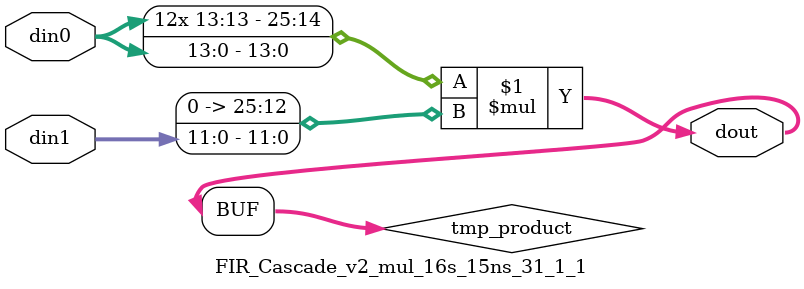
<source format=v>

`timescale 1 ns / 1 ps

 module FIR_Cascade_v2_mul_16s_15ns_31_1_1(din0, din1, dout);
parameter ID = 1;
parameter NUM_STAGE = 0;
parameter din0_WIDTH = 14;
parameter din1_WIDTH = 12;
parameter dout_WIDTH = 26;

input [din0_WIDTH - 1 : 0] din0; 
input [din1_WIDTH - 1 : 0] din1; 
output [dout_WIDTH - 1 : 0] dout;

wire signed [dout_WIDTH - 1 : 0] tmp_product;


























assign tmp_product = $signed(din0) * $signed({1'b0, din1});









assign dout = tmp_product;





















endmodule

</source>
